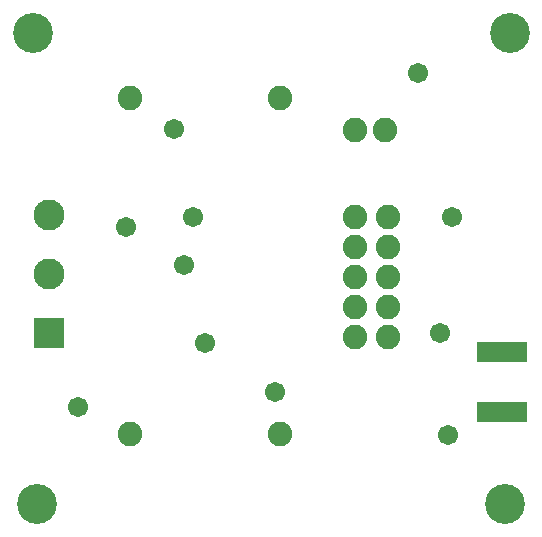
<source format=gbr>
G04 EAGLE Gerber RS-274X export*
G75*
%MOMM*%
%FSLAX34Y34*%
%LPD*%
%INSoldermask Bottom*%
%IPPOS*%
%AMOC8*
5,1,8,0,0,1.08239X$1,22.5*%
G01*
%ADD10C,3.378200*%
%ADD11R,2.616200X2.616200*%
%ADD12C,2.616200*%
%ADD13C,2.082800*%
%ADD14R,4.267200X1.727200*%
%ADD15C,1.703200*%


D10*
X28194Y429514D03*
X32004Y30734D03*
X427990Y30607D03*
X431927Y429768D03*
D11*
X42164Y175514D03*
D12*
X42164Y225514D03*
X42164Y275514D03*
D13*
X300609Y347218D03*
X326009Y347218D03*
X300736Y273939D03*
X328676Y273939D03*
X300736Y248539D03*
X328676Y248539D03*
X300736Y223139D03*
X328676Y223139D03*
X300736Y197739D03*
X328676Y197739D03*
X300736Y172339D03*
X328676Y172339D03*
D14*
X425196Y108966D03*
X425196Y159766D03*
D13*
X110490Y90170D03*
X237490Y90170D03*
X110490Y374650D03*
X237490Y374650D03*
D15*
X66294Y113284D03*
X106934Y265684D03*
X164084Y273685D03*
X354330Y395605D03*
X147828Y348361D03*
X174244Y166878D03*
X379349Y89408D03*
X372745Y175895D03*
X156464Y233172D03*
X233045Y125349D03*
X383286Y274193D03*
M02*

</source>
